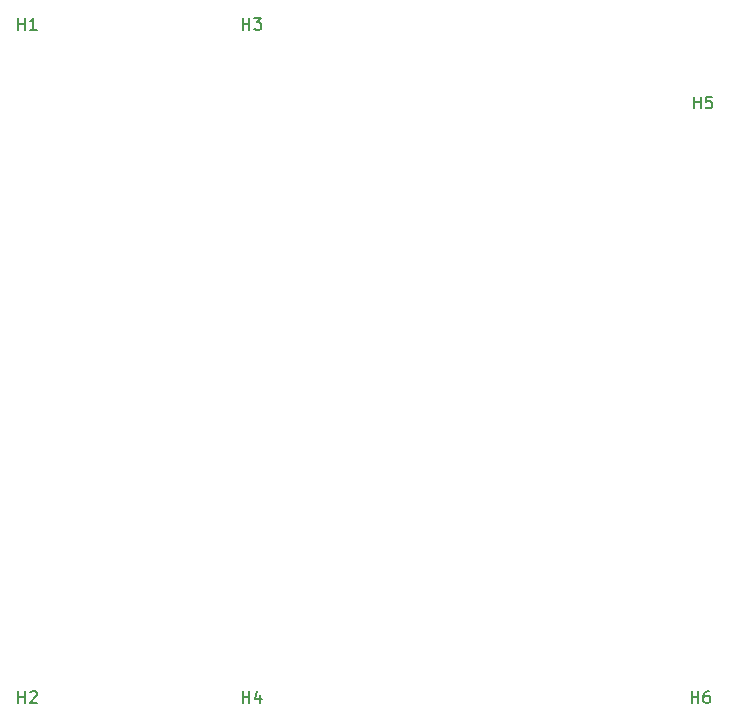
<source format=gbr>
G04 #@! TF.GenerationSoftware,KiCad,Pcbnew,5.0.2-bee76a0~70~ubuntu16.04.1*
G04 #@! TF.CreationDate,2019-02-18T18:39:03+09:00*
G04 #@! TF.ProjectId,frame,6672616d-652e-46b6-9963-61645f706362,rev?*
G04 #@! TF.SameCoordinates,Original*
G04 #@! TF.FileFunction,Legend,Top*
G04 #@! TF.FilePolarity,Positive*
%FSLAX46Y46*%
G04 Gerber Fmt 4.6, Leading zero omitted, Abs format (unit mm)*
G04 Created by KiCad (PCBNEW 5.0.2-bee76a0~70~ubuntu16.04.1) date 2019年02月18日 18時39分03秒*
%MOMM*%
%LPD*%
G01*
G04 APERTURE LIST*
%ADD10C,0.150000*%
G04 APERTURE END LIST*
G04 #@! TO.C,H1*
D10*
X48238095Y-50452380D02*
X48238095Y-49452380D01*
X48238095Y-49928571D02*
X48809523Y-49928571D01*
X48809523Y-50452380D02*
X48809523Y-49452380D01*
X49809523Y-50452380D02*
X49238095Y-50452380D01*
X49523809Y-50452380D02*
X49523809Y-49452380D01*
X49428571Y-49595238D01*
X49333333Y-49690476D01*
X49238095Y-49738095D01*
G04 #@! TO.C,H2*
X48238095Y-107452380D02*
X48238095Y-106452380D01*
X48238095Y-106928571D02*
X48809523Y-106928571D01*
X48809523Y-107452380D02*
X48809523Y-106452380D01*
X49238095Y-106547619D02*
X49285714Y-106500000D01*
X49380952Y-106452380D01*
X49619047Y-106452380D01*
X49714285Y-106500000D01*
X49761904Y-106547619D01*
X49809523Y-106642857D01*
X49809523Y-106738095D01*
X49761904Y-106880952D01*
X49190476Y-107452380D01*
X49809523Y-107452380D01*
G04 #@! TO.C,H3*
X67238095Y-50452380D02*
X67238095Y-49452380D01*
X67238095Y-49928571D02*
X67809523Y-49928571D01*
X67809523Y-50452380D02*
X67809523Y-49452380D01*
X68190476Y-49452380D02*
X68809523Y-49452380D01*
X68476190Y-49833333D01*
X68619047Y-49833333D01*
X68714285Y-49880952D01*
X68761904Y-49928571D01*
X68809523Y-50023809D01*
X68809523Y-50261904D01*
X68761904Y-50357142D01*
X68714285Y-50404761D01*
X68619047Y-50452380D01*
X68333333Y-50452380D01*
X68238095Y-50404761D01*
X68190476Y-50357142D01*
G04 #@! TO.C,H4*
X67238095Y-107452380D02*
X67238095Y-106452380D01*
X67238095Y-106928571D02*
X67809523Y-106928571D01*
X67809523Y-107452380D02*
X67809523Y-106452380D01*
X68714285Y-106785714D02*
X68714285Y-107452380D01*
X68476190Y-106404761D02*
X68238095Y-107119047D01*
X68857142Y-107119047D01*
G04 #@! TO.C,H5*
X105438095Y-57122380D02*
X105438095Y-56122380D01*
X105438095Y-56598571D02*
X106009523Y-56598571D01*
X106009523Y-57122380D02*
X106009523Y-56122380D01*
X106961904Y-56122380D02*
X106485714Y-56122380D01*
X106438095Y-56598571D01*
X106485714Y-56550952D01*
X106580952Y-56503333D01*
X106819047Y-56503333D01*
X106914285Y-56550952D01*
X106961904Y-56598571D01*
X107009523Y-56693809D01*
X107009523Y-56931904D01*
X106961904Y-57027142D01*
X106914285Y-57074761D01*
X106819047Y-57122380D01*
X106580952Y-57122380D01*
X106485714Y-57074761D01*
X106438095Y-57027142D01*
G04 #@! TO.C,H6*
X105238095Y-107452380D02*
X105238095Y-106452380D01*
X105238095Y-106928571D02*
X105809523Y-106928571D01*
X105809523Y-107452380D02*
X105809523Y-106452380D01*
X106714285Y-106452380D02*
X106523809Y-106452380D01*
X106428571Y-106500000D01*
X106380952Y-106547619D01*
X106285714Y-106690476D01*
X106238095Y-106880952D01*
X106238095Y-107261904D01*
X106285714Y-107357142D01*
X106333333Y-107404761D01*
X106428571Y-107452380D01*
X106619047Y-107452380D01*
X106714285Y-107404761D01*
X106761904Y-107357142D01*
X106809523Y-107261904D01*
X106809523Y-107023809D01*
X106761904Y-106928571D01*
X106714285Y-106880952D01*
X106619047Y-106833333D01*
X106428571Y-106833333D01*
X106333333Y-106880952D01*
X106285714Y-106928571D01*
X106238095Y-107023809D01*
G04 #@! TD*
M02*

</source>
